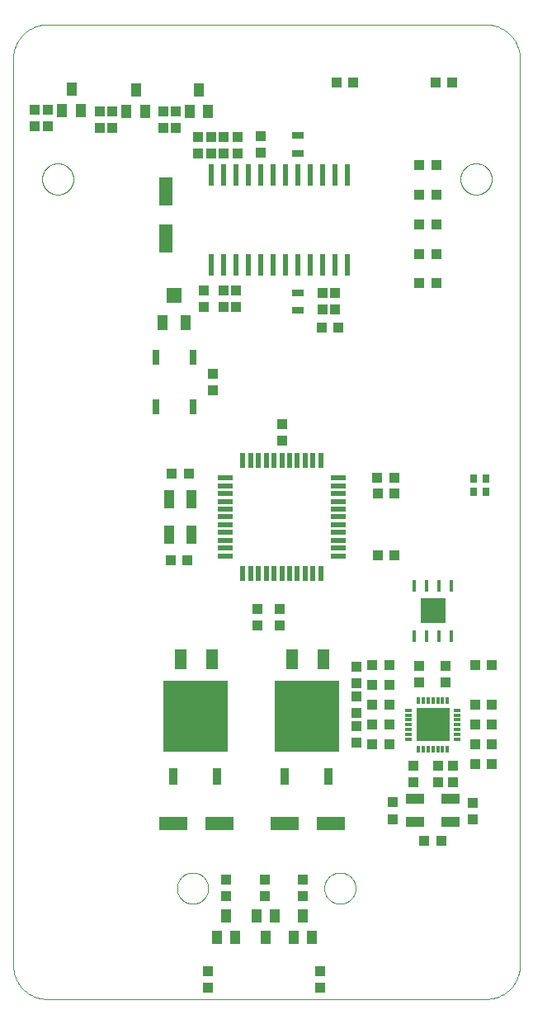
<source format=gtp>
G75*
%MOIN*%
%OFA0B0*%
%FSLAX25Y25*%
%IPPOS*%
%LPD*%
%AMOC8*
5,1,8,0,0,1.08239X$1,22.5*
%
%ADD10C,0.00394*%
%ADD11C,0.00000*%
%ADD12R,0.04331X0.03937*%
%ADD13R,0.03937X0.04331*%
%ADD14R,0.04724X0.07874*%
%ADD15R,0.11811X0.05512*%
%ADD16R,0.01181X0.04921*%
%ADD17R,0.09843X0.09843*%
%ADD18R,0.02756X0.03543*%
%ADD19R,0.03000X0.06000*%
%ADD20R,0.02800X0.01200*%
%ADD21R,0.01200X0.02800*%
%ADD22R,0.13200X0.13200*%
%ADD23R,0.03700X0.06700*%
%ADD24R,0.26000X0.28800*%
%ADD25R,0.07480X0.04331*%
%ADD26R,0.04331X0.07480*%
%ADD27R,0.02362X0.08661*%
%ADD28R,0.04724X0.03150*%
%ADD29R,0.04300X0.06300*%
%ADD30R,0.06300X0.06300*%
%ADD31R,0.03937X0.05512*%
%ADD32R,0.05512X0.11811*%
%ADD33R,0.01969X0.05906*%
%ADD34R,0.05906X0.01969*%
D10*
X0008956Y0012414D02*
X0008781Y0012826D01*
X0008606Y0013238D01*
X0008450Y0013660D01*
X0008181Y0014521D01*
X0008067Y0014961D01*
X0007975Y0015408D01*
X0007882Y0015856D01*
X0007812Y0016311D01*
X0007765Y0016773D01*
X0007718Y0017234D01*
X0007693Y0017703D01*
X0007693Y0384792D01*
X0007718Y0385260D01*
X0007812Y0386183D01*
X0007882Y0386639D01*
X0007975Y0387086D01*
X0008067Y0387533D01*
X0008181Y0387973D01*
X0008316Y0388404D01*
X0008450Y0388835D01*
X0008606Y0389257D01*
X0008781Y0389668D01*
X0008956Y0390080D01*
X0009150Y0390482D01*
X0009363Y0390872D01*
X0009576Y0391263D01*
X0009807Y0391642D01*
X0010055Y0392008D01*
X0010303Y0392375D01*
X0010569Y0392729D01*
X0010850Y0393070D01*
X0011131Y0393411D01*
X0011429Y0393738D01*
X0011741Y0394050D01*
X0012053Y0394362D01*
X0012380Y0394659D01*
X0012721Y0394941D01*
X0013061Y0395222D01*
X0013416Y0395488D01*
X0013782Y0395736D01*
X0014149Y0395984D01*
X0014528Y0396215D01*
X0014919Y0396428D01*
X0015309Y0396641D01*
X0015711Y0396835D01*
X0016122Y0397010D01*
X0016534Y0397185D01*
X0016956Y0397341D01*
X0017387Y0397475D01*
X0017818Y0397610D01*
X0018257Y0397724D01*
X0019152Y0397908D01*
X0019607Y0397979D01*
X0020069Y0398026D01*
X0020531Y0398073D01*
X0020999Y0398098D01*
X0199112Y0398098D01*
X0199580Y0398073D01*
X0200042Y0398026D01*
X0200504Y0397979D01*
X0200959Y0397908D01*
X0201854Y0397724D01*
X0202293Y0397610D01*
X0202724Y0397475D01*
X0203155Y0397341D01*
X0203577Y0397185D01*
X0203989Y0397010D01*
X0204400Y0396835D01*
X0204802Y0396641D01*
X0205192Y0396428D01*
X0205583Y0396215D01*
X0205962Y0395984D01*
X0206695Y0395488D01*
X0207050Y0395222D01*
X0207731Y0394659D01*
X0208058Y0394362D01*
X0208682Y0393738D01*
X0208980Y0393411D01*
X0209261Y0393070D01*
X0209542Y0392729D01*
X0209808Y0392375D01*
X0210056Y0392008D01*
X0210304Y0391642D01*
X0210535Y0391263D01*
X0210748Y0390872D01*
X0210961Y0390482D01*
X0211155Y0390080D01*
X0211330Y0389668D01*
X0211505Y0389257D01*
X0211661Y0388835D01*
X0211796Y0388404D01*
X0211930Y0387973D01*
X0212044Y0387533D01*
X0212136Y0387086D01*
X0212229Y0386639D01*
X0212299Y0386183D01*
X0212393Y0385260D01*
X0212418Y0384792D01*
X0212418Y0017676D01*
X0212418Y0017703D02*
X0212393Y0017234D01*
X0212346Y0016773D01*
X0212299Y0016311D01*
X0212229Y0015856D01*
X0212136Y0015408D01*
X0212044Y0014961D01*
X0211930Y0014521D01*
X0211796Y0014090D01*
X0211661Y0013660D01*
X0211505Y0013238D01*
X0211330Y0012826D01*
X0211155Y0012414D01*
X0210961Y0012013D01*
X0210748Y0011622D01*
X0210535Y0011232D01*
X0210304Y0010853D01*
X0210056Y0010486D01*
X0209808Y0010119D01*
X0209542Y0009765D01*
X0209261Y0009424D01*
X0208980Y0009084D01*
X0208682Y0008757D01*
X0208058Y0008132D01*
X0207731Y0007835D01*
X0207390Y0007554D01*
X0207050Y0007272D01*
X0206695Y0007007D01*
X0206329Y0006758D01*
X0205962Y0006510D01*
X0205583Y0006279D01*
X0205192Y0006066D01*
X0204802Y0005853D01*
X0204400Y0005659D01*
X0203989Y0005484D01*
X0203577Y0005309D01*
X0203155Y0005154D01*
X0202724Y0005019D01*
X0202293Y0004884D01*
X0201854Y0004770D01*
X0200959Y0004586D01*
X0200504Y0004516D01*
X0200042Y0004468D01*
X0199580Y0004421D01*
X0199112Y0004397D01*
X0020999Y0004397D01*
X0020531Y0004421D01*
X0020069Y0004468D01*
X0019607Y0004516D01*
X0019152Y0004586D01*
X0018257Y0004770D01*
X0017818Y0004884D01*
X0017387Y0005019D01*
X0016956Y0005154D01*
X0016534Y0005309D01*
X0016122Y0005484D01*
X0015711Y0005659D01*
X0015309Y0005853D01*
X0014919Y0006066D01*
X0014528Y0006279D01*
X0014149Y0006510D01*
X0013782Y0006758D01*
X0013416Y0007007D01*
X0013061Y0007272D01*
X0012721Y0007554D01*
X0012380Y0007835D01*
X0012053Y0008132D01*
X0011741Y0008445D01*
X0011429Y0008757D01*
X0011131Y0009084D01*
X0010850Y0009424D01*
X0010569Y0009765D01*
X0010303Y0010119D01*
X0010055Y0010486D01*
X0009807Y0010853D01*
X0009576Y0011232D01*
X0009363Y0011622D01*
X0009150Y0012013D01*
X0008956Y0012414D01*
D11*
X0073901Y0049200D02*
X0073903Y0049358D01*
X0073909Y0049516D01*
X0073919Y0049674D01*
X0073933Y0049832D01*
X0073951Y0049989D01*
X0073972Y0050146D01*
X0073998Y0050302D01*
X0074028Y0050458D01*
X0074061Y0050613D01*
X0074099Y0050766D01*
X0074140Y0050919D01*
X0074185Y0051071D01*
X0074234Y0051222D01*
X0074287Y0051371D01*
X0074343Y0051519D01*
X0074403Y0051665D01*
X0074467Y0051810D01*
X0074535Y0051953D01*
X0074606Y0052095D01*
X0074680Y0052235D01*
X0074758Y0052372D01*
X0074840Y0052508D01*
X0074924Y0052642D01*
X0075013Y0052773D01*
X0075104Y0052902D01*
X0075199Y0053029D01*
X0075296Y0053154D01*
X0075397Y0053276D01*
X0075501Y0053395D01*
X0075608Y0053512D01*
X0075718Y0053626D01*
X0075831Y0053737D01*
X0075946Y0053846D01*
X0076064Y0053951D01*
X0076185Y0054053D01*
X0076308Y0054153D01*
X0076434Y0054249D01*
X0076562Y0054342D01*
X0076692Y0054432D01*
X0076825Y0054518D01*
X0076960Y0054602D01*
X0077096Y0054681D01*
X0077235Y0054758D01*
X0077376Y0054830D01*
X0077518Y0054900D01*
X0077662Y0054965D01*
X0077808Y0055027D01*
X0077955Y0055085D01*
X0078104Y0055140D01*
X0078254Y0055191D01*
X0078405Y0055238D01*
X0078557Y0055281D01*
X0078710Y0055320D01*
X0078865Y0055356D01*
X0079020Y0055387D01*
X0079176Y0055415D01*
X0079332Y0055439D01*
X0079489Y0055459D01*
X0079647Y0055475D01*
X0079804Y0055487D01*
X0079963Y0055495D01*
X0080121Y0055499D01*
X0080279Y0055499D01*
X0080437Y0055495D01*
X0080596Y0055487D01*
X0080753Y0055475D01*
X0080911Y0055459D01*
X0081068Y0055439D01*
X0081224Y0055415D01*
X0081380Y0055387D01*
X0081535Y0055356D01*
X0081690Y0055320D01*
X0081843Y0055281D01*
X0081995Y0055238D01*
X0082146Y0055191D01*
X0082296Y0055140D01*
X0082445Y0055085D01*
X0082592Y0055027D01*
X0082738Y0054965D01*
X0082882Y0054900D01*
X0083024Y0054830D01*
X0083165Y0054758D01*
X0083304Y0054681D01*
X0083440Y0054602D01*
X0083575Y0054518D01*
X0083708Y0054432D01*
X0083838Y0054342D01*
X0083966Y0054249D01*
X0084092Y0054153D01*
X0084215Y0054053D01*
X0084336Y0053951D01*
X0084454Y0053846D01*
X0084569Y0053737D01*
X0084682Y0053626D01*
X0084792Y0053512D01*
X0084899Y0053395D01*
X0085003Y0053276D01*
X0085104Y0053154D01*
X0085201Y0053029D01*
X0085296Y0052902D01*
X0085387Y0052773D01*
X0085476Y0052642D01*
X0085560Y0052508D01*
X0085642Y0052372D01*
X0085720Y0052235D01*
X0085794Y0052095D01*
X0085865Y0051953D01*
X0085933Y0051810D01*
X0085997Y0051665D01*
X0086057Y0051519D01*
X0086113Y0051371D01*
X0086166Y0051222D01*
X0086215Y0051071D01*
X0086260Y0050919D01*
X0086301Y0050766D01*
X0086339Y0050613D01*
X0086372Y0050458D01*
X0086402Y0050302D01*
X0086428Y0050146D01*
X0086449Y0049989D01*
X0086467Y0049832D01*
X0086481Y0049674D01*
X0086491Y0049516D01*
X0086497Y0049358D01*
X0086499Y0049200D01*
X0086497Y0049042D01*
X0086491Y0048884D01*
X0086481Y0048726D01*
X0086467Y0048568D01*
X0086449Y0048411D01*
X0086428Y0048254D01*
X0086402Y0048098D01*
X0086372Y0047942D01*
X0086339Y0047787D01*
X0086301Y0047634D01*
X0086260Y0047481D01*
X0086215Y0047329D01*
X0086166Y0047178D01*
X0086113Y0047029D01*
X0086057Y0046881D01*
X0085997Y0046735D01*
X0085933Y0046590D01*
X0085865Y0046447D01*
X0085794Y0046305D01*
X0085720Y0046165D01*
X0085642Y0046028D01*
X0085560Y0045892D01*
X0085476Y0045758D01*
X0085387Y0045627D01*
X0085296Y0045498D01*
X0085201Y0045371D01*
X0085104Y0045246D01*
X0085003Y0045124D01*
X0084899Y0045005D01*
X0084792Y0044888D01*
X0084682Y0044774D01*
X0084569Y0044663D01*
X0084454Y0044554D01*
X0084336Y0044449D01*
X0084215Y0044347D01*
X0084092Y0044247D01*
X0083966Y0044151D01*
X0083838Y0044058D01*
X0083708Y0043968D01*
X0083575Y0043882D01*
X0083440Y0043798D01*
X0083304Y0043719D01*
X0083165Y0043642D01*
X0083024Y0043570D01*
X0082882Y0043500D01*
X0082738Y0043435D01*
X0082592Y0043373D01*
X0082445Y0043315D01*
X0082296Y0043260D01*
X0082146Y0043209D01*
X0081995Y0043162D01*
X0081843Y0043119D01*
X0081690Y0043080D01*
X0081535Y0043044D01*
X0081380Y0043013D01*
X0081224Y0042985D01*
X0081068Y0042961D01*
X0080911Y0042941D01*
X0080753Y0042925D01*
X0080596Y0042913D01*
X0080437Y0042905D01*
X0080279Y0042901D01*
X0080121Y0042901D01*
X0079963Y0042905D01*
X0079804Y0042913D01*
X0079647Y0042925D01*
X0079489Y0042941D01*
X0079332Y0042961D01*
X0079176Y0042985D01*
X0079020Y0043013D01*
X0078865Y0043044D01*
X0078710Y0043080D01*
X0078557Y0043119D01*
X0078405Y0043162D01*
X0078254Y0043209D01*
X0078104Y0043260D01*
X0077955Y0043315D01*
X0077808Y0043373D01*
X0077662Y0043435D01*
X0077518Y0043500D01*
X0077376Y0043570D01*
X0077235Y0043642D01*
X0077096Y0043719D01*
X0076960Y0043798D01*
X0076825Y0043882D01*
X0076692Y0043968D01*
X0076562Y0044058D01*
X0076434Y0044151D01*
X0076308Y0044247D01*
X0076185Y0044347D01*
X0076064Y0044449D01*
X0075946Y0044554D01*
X0075831Y0044663D01*
X0075718Y0044774D01*
X0075608Y0044888D01*
X0075501Y0045005D01*
X0075397Y0045124D01*
X0075296Y0045246D01*
X0075199Y0045371D01*
X0075104Y0045498D01*
X0075013Y0045627D01*
X0074924Y0045758D01*
X0074840Y0045892D01*
X0074758Y0046028D01*
X0074680Y0046165D01*
X0074606Y0046305D01*
X0074535Y0046447D01*
X0074467Y0046590D01*
X0074403Y0046735D01*
X0074343Y0046881D01*
X0074287Y0047029D01*
X0074234Y0047178D01*
X0074185Y0047329D01*
X0074140Y0047481D01*
X0074099Y0047634D01*
X0074061Y0047787D01*
X0074028Y0047942D01*
X0073998Y0048098D01*
X0073972Y0048254D01*
X0073951Y0048411D01*
X0073933Y0048568D01*
X0073919Y0048726D01*
X0073909Y0048884D01*
X0073903Y0049042D01*
X0073901Y0049200D01*
X0133401Y0049200D02*
X0133403Y0049358D01*
X0133409Y0049516D01*
X0133419Y0049674D01*
X0133433Y0049832D01*
X0133451Y0049989D01*
X0133472Y0050146D01*
X0133498Y0050302D01*
X0133528Y0050458D01*
X0133561Y0050613D01*
X0133599Y0050766D01*
X0133640Y0050919D01*
X0133685Y0051071D01*
X0133734Y0051222D01*
X0133787Y0051371D01*
X0133843Y0051519D01*
X0133903Y0051665D01*
X0133967Y0051810D01*
X0134035Y0051953D01*
X0134106Y0052095D01*
X0134180Y0052235D01*
X0134258Y0052372D01*
X0134340Y0052508D01*
X0134424Y0052642D01*
X0134513Y0052773D01*
X0134604Y0052902D01*
X0134699Y0053029D01*
X0134796Y0053154D01*
X0134897Y0053276D01*
X0135001Y0053395D01*
X0135108Y0053512D01*
X0135218Y0053626D01*
X0135331Y0053737D01*
X0135446Y0053846D01*
X0135564Y0053951D01*
X0135685Y0054053D01*
X0135808Y0054153D01*
X0135934Y0054249D01*
X0136062Y0054342D01*
X0136192Y0054432D01*
X0136325Y0054518D01*
X0136460Y0054602D01*
X0136596Y0054681D01*
X0136735Y0054758D01*
X0136876Y0054830D01*
X0137018Y0054900D01*
X0137162Y0054965D01*
X0137308Y0055027D01*
X0137455Y0055085D01*
X0137604Y0055140D01*
X0137754Y0055191D01*
X0137905Y0055238D01*
X0138057Y0055281D01*
X0138210Y0055320D01*
X0138365Y0055356D01*
X0138520Y0055387D01*
X0138676Y0055415D01*
X0138832Y0055439D01*
X0138989Y0055459D01*
X0139147Y0055475D01*
X0139304Y0055487D01*
X0139463Y0055495D01*
X0139621Y0055499D01*
X0139779Y0055499D01*
X0139937Y0055495D01*
X0140096Y0055487D01*
X0140253Y0055475D01*
X0140411Y0055459D01*
X0140568Y0055439D01*
X0140724Y0055415D01*
X0140880Y0055387D01*
X0141035Y0055356D01*
X0141190Y0055320D01*
X0141343Y0055281D01*
X0141495Y0055238D01*
X0141646Y0055191D01*
X0141796Y0055140D01*
X0141945Y0055085D01*
X0142092Y0055027D01*
X0142238Y0054965D01*
X0142382Y0054900D01*
X0142524Y0054830D01*
X0142665Y0054758D01*
X0142804Y0054681D01*
X0142940Y0054602D01*
X0143075Y0054518D01*
X0143208Y0054432D01*
X0143338Y0054342D01*
X0143466Y0054249D01*
X0143592Y0054153D01*
X0143715Y0054053D01*
X0143836Y0053951D01*
X0143954Y0053846D01*
X0144069Y0053737D01*
X0144182Y0053626D01*
X0144292Y0053512D01*
X0144399Y0053395D01*
X0144503Y0053276D01*
X0144604Y0053154D01*
X0144701Y0053029D01*
X0144796Y0052902D01*
X0144887Y0052773D01*
X0144976Y0052642D01*
X0145060Y0052508D01*
X0145142Y0052372D01*
X0145220Y0052235D01*
X0145294Y0052095D01*
X0145365Y0051953D01*
X0145433Y0051810D01*
X0145497Y0051665D01*
X0145557Y0051519D01*
X0145613Y0051371D01*
X0145666Y0051222D01*
X0145715Y0051071D01*
X0145760Y0050919D01*
X0145801Y0050766D01*
X0145839Y0050613D01*
X0145872Y0050458D01*
X0145902Y0050302D01*
X0145928Y0050146D01*
X0145949Y0049989D01*
X0145967Y0049832D01*
X0145981Y0049674D01*
X0145991Y0049516D01*
X0145997Y0049358D01*
X0145999Y0049200D01*
X0145997Y0049042D01*
X0145991Y0048884D01*
X0145981Y0048726D01*
X0145967Y0048568D01*
X0145949Y0048411D01*
X0145928Y0048254D01*
X0145902Y0048098D01*
X0145872Y0047942D01*
X0145839Y0047787D01*
X0145801Y0047634D01*
X0145760Y0047481D01*
X0145715Y0047329D01*
X0145666Y0047178D01*
X0145613Y0047029D01*
X0145557Y0046881D01*
X0145497Y0046735D01*
X0145433Y0046590D01*
X0145365Y0046447D01*
X0145294Y0046305D01*
X0145220Y0046165D01*
X0145142Y0046028D01*
X0145060Y0045892D01*
X0144976Y0045758D01*
X0144887Y0045627D01*
X0144796Y0045498D01*
X0144701Y0045371D01*
X0144604Y0045246D01*
X0144503Y0045124D01*
X0144399Y0045005D01*
X0144292Y0044888D01*
X0144182Y0044774D01*
X0144069Y0044663D01*
X0143954Y0044554D01*
X0143836Y0044449D01*
X0143715Y0044347D01*
X0143592Y0044247D01*
X0143466Y0044151D01*
X0143338Y0044058D01*
X0143208Y0043968D01*
X0143075Y0043882D01*
X0142940Y0043798D01*
X0142804Y0043719D01*
X0142665Y0043642D01*
X0142524Y0043570D01*
X0142382Y0043500D01*
X0142238Y0043435D01*
X0142092Y0043373D01*
X0141945Y0043315D01*
X0141796Y0043260D01*
X0141646Y0043209D01*
X0141495Y0043162D01*
X0141343Y0043119D01*
X0141190Y0043080D01*
X0141035Y0043044D01*
X0140880Y0043013D01*
X0140724Y0042985D01*
X0140568Y0042961D01*
X0140411Y0042941D01*
X0140253Y0042925D01*
X0140096Y0042913D01*
X0139937Y0042905D01*
X0139779Y0042901D01*
X0139621Y0042901D01*
X0139463Y0042905D01*
X0139304Y0042913D01*
X0139147Y0042925D01*
X0138989Y0042941D01*
X0138832Y0042961D01*
X0138676Y0042985D01*
X0138520Y0043013D01*
X0138365Y0043044D01*
X0138210Y0043080D01*
X0138057Y0043119D01*
X0137905Y0043162D01*
X0137754Y0043209D01*
X0137604Y0043260D01*
X0137455Y0043315D01*
X0137308Y0043373D01*
X0137162Y0043435D01*
X0137018Y0043500D01*
X0136876Y0043570D01*
X0136735Y0043642D01*
X0136596Y0043719D01*
X0136460Y0043798D01*
X0136325Y0043882D01*
X0136192Y0043968D01*
X0136062Y0044058D01*
X0135934Y0044151D01*
X0135808Y0044247D01*
X0135685Y0044347D01*
X0135564Y0044449D01*
X0135446Y0044554D01*
X0135331Y0044663D01*
X0135218Y0044774D01*
X0135108Y0044888D01*
X0135001Y0045005D01*
X0134897Y0045124D01*
X0134796Y0045246D01*
X0134699Y0045371D01*
X0134604Y0045498D01*
X0134513Y0045627D01*
X0134424Y0045758D01*
X0134340Y0045892D01*
X0134258Y0046028D01*
X0134180Y0046165D01*
X0134106Y0046305D01*
X0134035Y0046447D01*
X0133967Y0046590D01*
X0133903Y0046735D01*
X0133843Y0046881D01*
X0133787Y0047029D01*
X0133734Y0047178D01*
X0133685Y0047329D01*
X0133640Y0047481D01*
X0133599Y0047634D01*
X0133561Y0047787D01*
X0133528Y0047942D01*
X0133498Y0048098D01*
X0133472Y0048254D01*
X0133451Y0048411D01*
X0133433Y0048568D01*
X0133419Y0048726D01*
X0133409Y0048884D01*
X0133403Y0049042D01*
X0133401Y0049200D01*
X0188401Y0335700D02*
X0188403Y0335858D01*
X0188409Y0336016D01*
X0188419Y0336174D01*
X0188433Y0336332D01*
X0188451Y0336489D01*
X0188472Y0336646D01*
X0188498Y0336802D01*
X0188528Y0336958D01*
X0188561Y0337113D01*
X0188599Y0337266D01*
X0188640Y0337419D01*
X0188685Y0337571D01*
X0188734Y0337722D01*
X0188787Y0337871D01*
X0188843Y0338019D01*
X0188903Y0338165D01*
X0188967Y0338310D01*
X0189035Y0338453D01*
X0189106Y0338595D01*
X0189180Y0338735D01*
X0189258Y0338872D01*
X0189340Y0339008D01*
X0189424Y0339142D01*
X0189513Y0339273D01*
X0189604Y0339402D01*
X0189699Y0339529D01*
X0189796Y0339654D01*
X0189897Y0339776D01*
X0190001Y0339895D01*
X0190108Y0340012D01*
X0190218Y0340126D01*
X0190331Y0340237D01*
X0190446Y0340346D01*
X0190564Y0340451D01*
X0190685Y0340553D01*
X0190808Y0340653D01*
X0190934Y0340749D01*
X0191062Y0340842D01*
X0191192Y0340932D01*
X0191325Y0341018D01*
X0191460Y0341102D01*
X0191596Y0341181D01*
X0191735Y0341258D01*
X0191876Y0341330D01*
X0192018Y0341400D01*
X0192162Y0341465D01*
X0192308Y0341527D01*
X0192455Y0341585D01*
X0192604Y0341640D01*
X0192754Y0341691D01*
X0192905Y0341738D01*
X0193057Y0341781D01*
X0193210Y0341820D01*
X0193365Y0341856D01*
X0193520Y0341887D01*
X0193676Y0341915D01*
X0193832Y0341939D01*
X0193989Y0341959D01*
X0194147Y0341975D01*
X0194304Y0341987D01*
X0194463Y0341995D01*
X0194621Y0341999D01*
X0194779Y0341999D01*
X0194937Y0341995D01*
X0195096Y0341987D01*
X0195253Y0341975D01*
X0195411Y0341959D01*
X0195568Y0341939D01*
X0195724Y0341915D01*
X0195880Y0341887D01*
X0196035Y0341856D01*
X0196190Y0341820D01*
X0196343Y0341781D01*
X0196495Y0341738D01*
X0196646Y0341691D01*
X0196796Y0341640D01*
X0196945Y0341585D01*
X0197092Y0341527D01*
X0197238Y0341465D01*
X0197382Y0341400D01*
X0197524Y0341330D01*
X0197665Y0341258D01*
X0197804Y0341181D01*
X0197940Y0341102D01*
X0198075Y0341018D01*
X0198208Y0340932D01*
X0198338Y0340842D01*
X0198466Y0340749D01*
X0198592Y0340653D01*
X0198715Y0340553D01*
X0198836Y0340451D01*
X0198954Y0340346D01*
X0199069Y0340237D01*
X0199182Y0340126D01*
X0199292Y0340012D01*
X0199399Y0339895D01*
X0199503Y0339776D01*
X0199604Y0339654D01*
X0199701Y0339529D01*
X0199796Y0339402D01*
X0199887Y0339273D01*
X0199976Y0339142D01*
X0200060Y0339008D01*
X0200142Y0338872D01*
X0200220Y0338735D01*
X0200294Y0338595D01*
X0200365Y0338453D01*
X0200433Y0338310D01*
X0200497Y0338165D01*
X0200557Y0338019D01*
X0200613Y0337871D01*
X0200666Y0337722D01*
X0200715Y0337571D01*
X0200760Y0337419D01*
X0200801Y0337266D01*
X0200839Y0337113D01*
X0200872Y0336958D01*
X0200902Y0336802D01*
X0200928Y0336646D01*
X0200949Y0336489D01*
X0200967Y0336332D01*
X0200981Y0336174D01*
X0200991Y0336016D01*
X0200997Y0335858D01*
X0200999Y0335700D01*
X0200997Y0335542D01*
X0200991Y0335384D01*
X0200981Y0335226D01*
X0200967Y0335068D01*
X0200949Y0334911D01*
X0200928Y0334754D01*
X0200902Y0334598D01*
X0200872Y0334442D01*
X0200839Y0334287D01*
X0200801Y0334134D01*
X0200760Y0333981D01*
X0200715Y0333829D01*
X0200666Y0333678D01*
X0200613Y0333529D01*
X0200557Y0333381D01*
X0200497Y0333235D01*
X0200433Y0333090D01*
X0200365Y0332947D01*
X0200294Y0332805D01*
X0200220Y0332665D01*
X0200142Y0332528D01*
X0200060Y0332392D01*
X0199976Y0332258D01*
X0199887Y0332127D01*
X0199796Y0331998D01*
X0199701Y0331871D01*
X0199604Y0331746D01*
X0199503Y0331624D01*
X0199399Y0331505D01*
X0199292Y0331388D01*
X0199182Y0331274D01*
X0199069Y0331163D01*
X0198954Y0331054D01*
X0198836Y0330949D01*
X0198715Y0330847D01*
X0198592Y0330747D01*
X0198466Y0330651D01*
X0198338Y0330558D01*
X0198208Y0330468D01*
X0198075Y0330382D01*
X0197940Y0330298D01*
X0197804Y0330219D01*
X0197665Y0330142D01*
X0197524Y0330070D01*
X0197382Y0330000D01*
X0197238Y0329935D01*
X0197092Y0329873D01*
X0196945Y0329815D01*
X0196796Y0329760D01*
X0196646Y0329709D01*
X0196495Y0329662D01*
X0196343Y0329619D01*
X0196190Y0329580D01*
X0196035Y0329544D01*
X0195880Y0329513D01*
X0195724Y0329485D01*
X0195568Y0329461D01*
X0195411Y0329441D01*
X0195253Y0329425D01*
X0195096Y0329413D01*
X0194937Y0329405D01*
X0194779Y0329401D01*
X0194621Y0329401D01*
X0194463Y0329405D01*
X0194304Y0329413D01*
X0194147Y0329425D01*
X0193989Y0329441D01*
X0193832Y0329461D01*
X0193676Y0329485D01*
X0193520Y0329513D01*
X0193365Y0329544D01*
X0193210Y0329580D01*
X0193057Y0329619D01*
X0192905Y0329662D01*
X0192754Y0329709D01*
X0192604Y0329760D01*
X0192455Y0329815D01*
X0192308Y0329873D01*
X0192162Y0329935D01*
X0192018Y0330000D01*
X0191876Y0330070D01*
X0191735Y0330142D01*
X0191596Y0330219D01*
X0191460Y0330298D01*
X0191325Y0330382D01*
X0191192Y0330468D01*
X0191062Y0330558D01*
X0190934Y0330651D01*
X0190808Y0330747D01*
X0190685Y0330847D01*
X0190564Y0330949D01*
X0190446Y0331054D01*
X0190331Y0331163D01*
X0190218Y0331274D01*
X0190108Y0331388D01*
X0190001Y0331505D01*
X0189897Y0331624D01*
X0189796Y0331746D01*
X0189699Y0331871D01*
X0189604Y0331998D01*
X0189513Y0332127D01*
X0189424Y0332258D01*
X0189340Y0332392D01*
X0189258Y0332528D01*
X0189180Y0332665D01*
X0189106Y0332805D01*
X0189035Y0332947D01*
X0188967Y0333090D01*
X0188903Y0333235D01*
X0188843Y0333381D01*
X0188787Y0333529D01*
X0188734Y0333678D01*
X0188685Y0333829D01*
X0188640Y0333981D01*
X0188599Y0334134D01*
X0188561Y0334287D01*
X0188528Y0334442D01*
X0188498Y0334598D01*
X0188472Y0334754D01*
X0188451Y0334911D01*
X0188433Y0335068D01*
X0188419Y0335226D01*
X0188409Y0335384D01*
X0188403Y0335542D01*
X0188401Y0335700D01*
X0019401Y0335700D02*
X0019403Y0335858D01*
X0019409Y0336016D01*
X0019419Y0336174D01*
X0019433Y0336332D01*
X0019451Y0336489D01*
X0019472Y0336646D01*
X0019498Y0336802D01*
X0019528Y0336958D01*
X0019561Y0337113D01*
X0019599Y0337266D01*
X0019640Y0337419D01*
X0019685Y0337571D01*
X0019734Y0337722D01*
X0019787Y0337871D01*
X0019843Y0338019D01*
X0019903Y0338165D01*
X0019967Y0338310D01*
X0020035Y0338453D01*
X0020106Y0338595D01*
X0020180Y0338735D01*
X0020258Y0338872D01*
X0020340Y0339008D01*
X0020424Y0339142D01*
X0020513Y0339273D01*
X0020604Y0339402D01*
X0020699Y0339529D01*
X0020796Y0339654D01*
X0020897Y0339776D01*
X0021001Y0339895D01*
X0021108Y0340012D01*
X0021218Y0340126D01*
X0021331Y0340237D01*
X0021446Y0340346D01*
X0021564Y0340451D01*
X0021685Y0340553D01*
X0021808Y0340653D01*
X0021934Y0340749D01*
X0022062Y0340842D01*
X0022192Y0340932D01*
X0022325Y0341018D01*
X0022460Y0341102D01*
X0022596Y0341181D01*
X0022735Y0341258D01*
X0022876Y0341330D01*
X0023018Y0341400D01*
X0023162Y0341465D01*
X0023308Y0341527D01*
X0023455Y0341585D01*
X0023604Y0341640D01*
X0023754Y0341691D01*
X0023905Y0341738D01*
X0024057Y0341781D01*
X0024210Y0341820D01*
X0024365Y0341856D01*
X0024520Y0341887D01*
X0024676Y0341915D01*
X0024832Y0341939D01*
X0024989Y0341959D01*
X0025147Y0341975D01*
X0025304Y0341987D01*
X0025463Y0341995D01*
X0025621Y0341999D01*
X0025779Y0341999D01*
X0025937Y0341995D01*
X0026096Y0341987D01*
X0026253Y0341975D01*
X0026411Y0341959D01*
X0026568Y0341939D01*
X0026724Y0341915D01*
X0026880Y0341887D01*
X0027035Y0341856D01*
X0027190Y0341820D01*
X0027343Y0341781D01*
X0027495Y0341738D01*
X0027646Y0341691D01*
X0027796Y0341640D01*
X0027945Y0341585D01*
X0028092Y0341527D01*
X0028238Y0341465D01*
X0028382Y0341400D01*
X0028524Y0341330D01*
X0028665Y0341258D01*
X0028804Y0341181D01*
X0028940Y0341102D01*
X0029075Y0341018D01*
X0029208Y0340932D01*
X0029338Y0340842D01*
X0029466Y0340749D01*
X0029592Y0340653D01*
X0029715Y0340553D01*
X0029836Y0340451D01*
X0029954Y0340346D01*
X0030069Y0340237D01*
X0030182Y0340126D01*
X0030292Y0340012D01*
X0030399Y0339895D01*
X0030503Y0339776D01*
X0030604Y0339654D01*
X0030701Y0339529D01*
X0030796Y0339402D01*
X0030887Y0339273D01*
X0030976Y0339142D01*
X0031060Y0339008D01*
X0031142Y0338872D01*
X0031220Y0338735D01*
X0031294Y0338595D01*
X0031365Y0338453D01*
X0031433Y0338310D01*
X0031497Y0338165D01*
X0031557Y0338019D01*
X0031613Y0337871D01*
X0031666Y0337722D01*
X0031715Y0337571D01*
X0031760Y0337419D01*
X0031801Y0337266D01*
X0031839Y0337113D01*
X0031872Y0336958D01*
X0031902Y0336802D01*
X0031928Y0336646D01*
X0031949Y0336489D01*
X0031967Y0336332D01*
X0031981Y0336174D01*
X0031991Y0336016D01*
X0031997Y0335858D01*
X0031999Y0335700D01*
X0031997Y0335542D01*
X0031991Y0335384D01*
X0031981Y0335226D01*
X0031967Y0335068D01*
X0031949Y0334911D01*
X0031928Y0334754D01*
X0031902Y0334598D01*
X0031872Y0334442D01*
X0031839Y0334287D01*
X0031801Y0334134D01*
X0031760Y0333981D01*
X0031715Y0333829D01*
X0031666Y0333678D01*
X0031613Y0333529D01*
X0031557Y0333381D01*
X0031497Y0333235D01*
X0031433Y0333090D01*
X0031365Y0332947D01*
X0031294Y0332805D01*
X0031220Y0332665D01*
X0031142Y0332528D01*
X0031060Y0332392D01*
X0030976Y0332258D01*
X0030887Y0332127D01*
X0030796Y0331998D01*
X0030701Y0331871D01*
X0030604Y0331746D01*
X0030503Y0331624D01*
X0030399Y0331505D01*
X0030292Y0331388D01*
X0030182Y0331274D01*
X0030069Y0331163D01*
X0029954Y0331054D01*
X0029836Y0330949D01*
X0029715Y0330847D01*
X0029592Y0330747D01*
X0029466Y0330651D01*
X0029338Y0330558D01*
X0029208Y0330468D01*
X0029075Y0330382D01*
X0028940Y0330298D01*
X0028804Y0330219D01*
X0028665Y0330142D01*
X0028524Y0330070D01*
X0028382Y0330000D01*
X0028238Y0329935D01*
X0028092Y0329873D01*
X0027945Y0329815D01*
X0027796Y0329760D01*
X0027646Y0329709D01*
X0027495Y0329662D01*
X0027343Y0329619D01*
X0027190Y0329580D01*
X0027035Y0329544D01*
X0026880Y0329513D01*
X0026724Y0329485D01*
X0026568Y0329461D01*
X0026411Y0329441D01*
X0026253Y0329425D01*
X0026096Y0329413D01*
X0025937Y0329405D01*
X0025779Y0329401D01*
X0025621Y0329401D01*
X0025463Y0329405D01*
X0025304Y0329413D01*
X0025147Y0329425D01*
X0024989Y0329441D01*
X0024832Y0329461D01*
X0024676Y0329485D01*
X0024520Y0329513D01*
X0024365Y0329544D01*
X0024210Y0329580D01*
X0024057Y0329619D01*
X0023905Y0329662D01*
X0023754Y0329709D01*
X0023604Y0329760D01*
X0023455Y0329815D01*
X0023308Y0329873D01*
X0023162Y0329935D01*
X0023018Y0330000D01*
X0022876Y0330070D01*
X0022735Y0330142D01*
X0022596Y0330219D01*
X0022460Y0330298D01*
X0022325Y0330382D01*
X0022192Y0330468D01*
X0022062Y0330558D01*
X0021934Y0330651D01*
X0021808Y0330747D01*
X0021685Y0330847D01*
X0021564Y0330949D01*
X0021446Y0331054D01*
X0021331Y0331163D01*
X0021218Y0331274D01*
X0021108Y0331388D01*
X0021001Y0331505D01*
X0020897Y0331624D01*
X0020796Y0331746D01*
X0020699Y0331871D01*
X0020604Y0331998D01*
X0020513Y0332127D01*
X0020424Y0332258D01*
X0020340Y0332392D01*
X0020258Y0332528D01*
X0020180Y0332665D01*
X0020106Y0332805D01*
X0020035Y0332947D01*
X0019967Y0333090D01*
X0019903Y0333235D01*
X0019843Y0333381D01*
X0019787Y0333529D01*
X0019734Y0333678D01*
X0019685Y0333829D01*
X0019640Y0333981D01*
X0019599Y0334134D01*
X0019561Y0334287D01*
X0019528Y0334442D01*
X0019498Y0334598D01*
X0019472Y0334754D01*
X0019451Y0334911D01*
X0019433Y0335068D01*
X0019419Y0335226D01*
X0019409Y0335384D01*
X0019403Y0335542D01*
X0019401Y0335700D01*
D12*
X0071854Y0216700D03*
X0078546Y0216700D03*
X0078046Y0181700D03*
X0071354Y0181700D03*
X0132354Y0275700D03*
X0139046Y0275700D03*
X0171854Y0293700D03*
X0171854Y0305200D03*
X0171854Y0317200D03*
X0171854Y0329200D03*
X0171854Y0341200D03*
X0178546Y0341200D03*
X0178546Y0329200D03*
X0178546Y0317200D03*
X0178546Y0305200D03*
X0178546Y0293700D03*
X0161546Y0215000D03*
X0161646Y0208700D03*
X0154954Y0208700D03*
X0154854Y0215000D03*
X0154954Y0183600D03*
X0161646Y0183600D03*
X0159546Y0139200D03*
X0159546Y0131200D03*
X0159546Y0123200D03*
X0159546Y0115200D03*
X0159546Y0107200D03*
X0152854Y0107200D03*
X0152854Y0115200D03*
X0152854Y0123200D03*
X0152854Y0131200D03*
X0152854Y0139200D03*
X0173854Y0068200D03*
X0180546Y0068200D03*
X0194354Y0099200D03*
X0194354Y0107200D03*
X0194354Y0115200D03*
X0194354Y0123200D03*
X0201046Y0123200D03*
X0201046Y0115200D03*
X0201046Y0107200D03*
X0201046Y0099200D03*
X0201046Y0139200D03*
X0194354Y0139200D03*
X0185046Y0374700D03*
X0178354Y0374700D03*
X0145146Y0374800D03*
X0138454Y0374800D03*
D13*
X0107700Y0353046D03*
X0107700Y0346354D03*
X0098200Y0345854D03*
X0092700Y0345854D03*
X0092700Y0352546D03*
X0098200Y0352546D03*
X0087700Y0352546D03*
X0082200Y0352546D03*
X0082200Y0345854D03*
X0087700Y0345854D03*
X0073200Y0356354D03*
X0073200Y0363046D03*
X0068200Y0363046D03*
X0068200Y0356354D03*
X0047700Y0356354D03*
X0042700Y0356354D03*
X0042700Y0363046D03*
X0047700Y0363046D03*
X0021700Y0363546D03*
X0016200Y0363546D03*
X0016200Y0356854D03*
X0021700Y0356854D03*
X0084700Y0290546D03*
X0084700Y0283854D03*
X0092700Y0283854D03*
X0097700Y0283854D03*
X0097700Y0290546D03*
X0092700Y0290546D03*
X0088200Y0257046D03*
X0088200Y0250354D03*
X0116200Y0236546D03*
X0116200Y0229854D03*
X0132700Y0282854D03*
X0132700Y0289546D03*
X0137700Y0289546D03*
X0137700Y0282854D03*
X0115200Y0162046D03*
X0115200Y0155354D03*
X0106200Y0155354D03*
X0106200Y0162046D03*
X0146200Y0138546D03*
X0146200Y0131854D03*
X0146200Y0126546D03*
X0146200Y0119854D03*
X0146200Y0114546D03*
X0146200Y0107854D03*
X0161100Y0083846D03*
X0161100Y0077154D03*
X0169200Y0091854D03*
X0169200Y0098546D03*
X0179200Y0098546D03*
X0179200Y0091854D03*
X0185200Y0091854D03*
X0185200Y0098546D03*
X0193200Y0083546D03*
X0193200Y0076854D03*
X0182200Y0132354D03*
X0182200Y0139046D03*
X0171700Y0139046D03*
X0171700Y0132354D03*
X0124700Y0052546D03*
X0124700Y0045854D03*
X0109200Y0045854D03*
X0109200Y0052546D03*
X0093700Y0052546D03*
X0093700Y0045854D03*
X0086200Y0015546D03*
X0086200Y0008854D03*
X0131700Y0008854D03*
X0131700Y0015546D03*
D14*
X0132999Y0141700D03*
X0120401Y0141700D03*
X0087999Y0141700D03*
X0075401Y0141700D03*
D15*
X0072251Y0075200D03*
X0091149Y0075200D03*
X0117251Y0075200D03*
X0136149Y0075200D03*
D16*
X0169700Y0151022D03*
X0174700Y0150953D03*
X0179700Y0150953D03*
X0184700Y0150988D03*
X0184700Y0171419D03*
X0179700Y0171487D03*
X0174700Y0171487D03*
X0169700Y0171453D03*
D17*
X0177200Y0161200D03*
D18*
X0193641Y0209200D03*
X0193641Y0214700D03*
X0198759Y0214700D03*
X0198759Y0209200D03*
D19*
X0080200Y0243700D03*
X0080200Y0263700D03*
X0065200Y0263700D03*
X0065200Y0243700D03*
D20*
X0167500Y0121100D03*
X0167500Y0119100D03*
X0167500Y0117200D03*
X0167500Y0115200D03*
X0167500Y0113200D03*
X0167500Y0111300D03*
X0167500Y0109300D03*
X0186900Y0109300D03*
X0186900Y0111300D03*
X0186900Y0113200D03*
X0186900Y0115200D03*
X0186900Y0117200D03*
X0186900Y0119100D03*
X0186900Y0121100D03*
D21*
X0183100Y0124900D03*
X0181100Y0124900D03*
X0179200Y0124900D03*
X0177200Y0124900D03*
X0175200Y0124900D03*
X0173300Y0124900D03*
X0171300Y0124900D03*
X0171300Y0105500D03*
X0173300Y0105500D03*
X0175200Y0105500D03*
X0177200Y0105500D03*
X0179200Y0105500D03*
X0181100Y0105500D03*
X0183100Y0105500D03*
D22*
X0177200Y0115200D03*
D23*
X0135100Y0094200D03*
X0117300Y0094200D03*
X0090100Y0094200D03*
X0072300Y0094200D03*
D24*
X0081200Y0118800D03*
X0126200Y0118800D03*
D25*
X0169917Y0085228D03*
X0169917Y0076172D03*
X0184483Y0076172D03*
X0184483Y0085228D03*
D26*
X0079728Y0191917D03*
X0070672Y0191917D03*
X0070672Y0206483D03*
X0079728Y0206483D03*
D27*
X0087700Y0301090D03*
X0092700Y0301090D03*
X0097700Y0301090D03*
X0102700Y0301090D03*
X0107700Y0301090D03*
X0112700Y0301090D03*
X0117700Y0301090D03*
X0122700Y0301090D03*
X0127700Y0301090D03*
X0132700Y0301090D03*
X0137700Y0301090D03*
X0142700Y0301090D03*
X0142700Y0337310D03*
X0137700Y0337310D03*
X0132700Y0337310D03*
X0127700Y0337310D03*
X0122700Y0337310D03*
X0117700Y0337310D03*
X0112700Y0337310D03*
X0107700Y0337310D03*
X0102700Y0337310D03*
X0097700Y0337310D03*
X0092700Y0337310D03*
X0087700Y0337310D03*
D28*
X0122700Y0346157D03*
X0122700Y0353243D03*
X0122700Y0289743D03*
X0122700Y0282657D03*
D29*
X0077246Y0277604D03*
X0068154Y0277604D03*
D30*
X0072700Y0288796D03*
D31*
X0078960Y0362869D03*
X0082700Y0371531D03*
X0086440Y0362869D03*
X0060940Y0362869D03*
X0057200Y0371531D03*
X0053460Y0362869D03*
X0034940Y0363369D03*
X0031200Y0372031D03*
X0027460Y0363369D03*
X0093700Y0038031D03*
X0089960Y0029369D03*
X0097440Y0029369D03*
X0105960Y0038031D03*
X0109700Y0029369D03*
X0113440Y0038031D03*
X0120960Y0029369D03*
X0124700Y0038031D03*
X0128440Y0029369D03*
D32*
X0069200Y0311751D03*
X0069200Y0330649D03*
D33*
X0100452Y0222035D03*
X0103602Y0222035D03*
X0106751Y0222035D03*
X0109901Y0222035D03*
X0113050Y0222035D03*
X0116200Y0222035D03*
X0119350Y0222035D03*
X0122499Y0222035D03*
X0125649Y0222035D03*
X0128798Y0222035D03*
X0131948Y0222035D03*
X0131948Y0176365D03*
X0128798Y0176365D03*
X0125649Y0176365D03*
X0122499Y0176365D03*
X0119350Y0176365D03*
X0116200Y0176365D03*
X0113050Y0176365D03*
X0109901Y0176365D03*
X0106751Y0176365D03*
X0103602Y0176365D03*
X0100452Y0176365D03*
D34*
X0093365Y0183452D03*
X0093365Y0186602D03*
X0093365Y0189751D03*
X0093365Y0192901D03*
X0093365Y0196050D03*
X0093365Y0199200D03*
X0093365Y0202350D03*
X0093365Y0205499D03*
X0093365Y0208649D03*
X0093365Y0211798D03*
X0093365Y0214948D03*
X0139035Y0214948D03*
X0139035Y0211798D03*
X0139035Y0208649D03*
X0139035Y0205499D03*
X0139035Y0202350D03*
X0139035Y0199200D03*
X0139035Y0196050D03*
X0139035Y0192901D03*
X0139035Y0189751D03*
X0139035Y0186602D03*
X0139035Y0183452D03*
M02*

</source>
